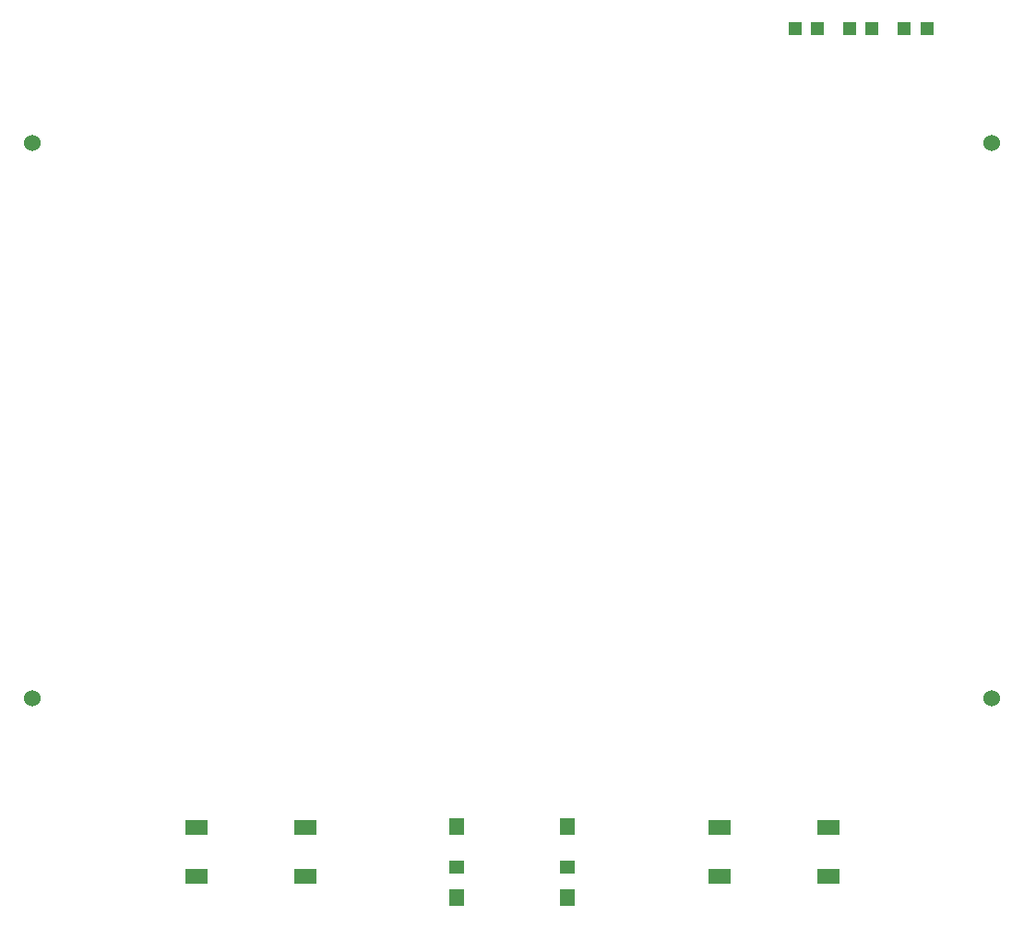
<source format=gbr>
%TF.GenerationSoftware,KiCad,Pcbnew,4.0.7-e2-6376~58~ubuntu16.04.1*%
%TF.CreationDate,2018-04-10T11:39:59+02:00*%
%TF.ProjectId,OpenDropV3,4F70656E44726F7056332E6B69636164,rev?*%
%TF.FileFunction,Paste,Top*%
%FSLAX46Y46*%
G04 Gerber Fmt 4.6, Leading zero omitted, Abs format (unit mm)*
G04 Created by KiCad (PCBNEW 4.0.7-e2-6376~58~ubuntu16.04.1) date Tue Apr 10 11:39:59 2018*
%MOMM*%
%LPD*%
G01*
G04 APERTURE LIST*
%ADD10C,0.100000*%
%ADD11R,1.198880X1.198880*%
%ADD12R,1.400000X1.500000*%
%ADD13R,1.400000X1.300000*%
%ADD14R,2.100000X1.400000*%
%ADD15C,1.524000*%
G04 APERTURE END LIST*
D10*
D11*
X128049020Y-60411000D03*
X125950980Y-60411000D03*
D12*
X94900000Y-133675000D03*
X105100000Y-133675000D03*
X94900000Y-140175000D03*
X105100000Y-140175000D03*
D13*
X94900000Y-137375000D03*
X105100000Y-137375000D03*
D14*
X71000000Y-138250000D03*
X71000000Y-133750000D03*
X81000000Y-138250000D03*
X81000000Y-133750000D03*
X119000000Y-138250000D03*
X119000000Y-133750000D03*
X129000000Y-138250000D03*
X129000000Y-133750000D03*
D11*
X133049020Y-60411000D03*
X130950980Y-60411000D03*
X138049020Y-60411000D03*
X135950980Y-60411000D03*
D15*
X144000000Y-70900000D03*
X144000000Y-121900000D03*
X56000000Y-121900000D03*
X56000000Y-70900000D03*
M02*

</source>
